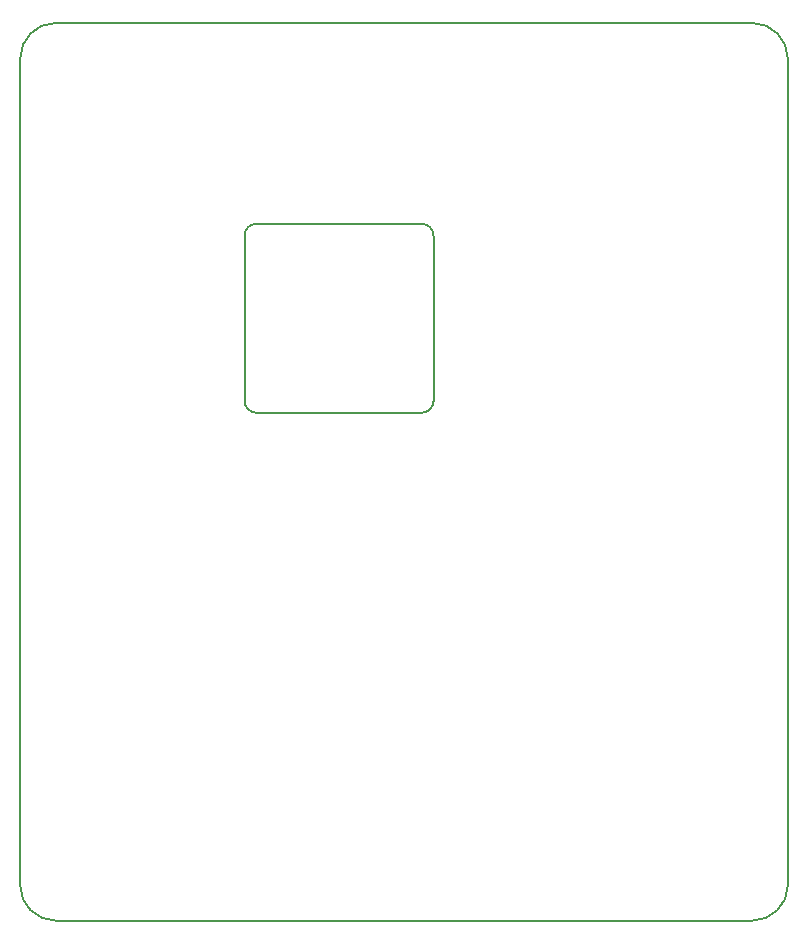
<source format=gbr>
G04 #@! TF.GenerationSoftware,KiCad,Pcbnew,5.0.0-rc2-unknown-03fa645~65~ubuntu16.04.1*
G04 #@! TF.CreationDate,2018-06-29T10:26:33+12:00*
G04 #@! TF.ProjectId,pi-hat,70692D6861742E6B696361645F706362,rev?*
G04 #@! TF.SameCoordinates,Original*
G04 #@! TF.FileFunction,Profile,NP*
%FSLAX46Y46*%
G04 Gerber Fmt 4.6, Leading zero omitted, Abs format (unit mm)*
G04 Created by KiCad (PCBNEW 5.0.0-rc2-unknown-03fa645~65~ubuntu16.04.1) date Fri Jun 29 10:26:33 2018*
%MOMM*%
%LPD*%
G01*
G04 APERTURE LIST*
%ADD10C,0.150000*%
G04 APERTURE END LIST*
D10*
X100000000Y-102000000D02*
G75*
G02X103000000Y-99000000I3000000J0D01*
G01*
X162000000Y-175000000D02*
X103000000Y-175000000D01*
X162000000Y-99000000D02*
G75*
G02X165000000Y-102000000I0J-3000000D01*
G01*
X103000000Y-99000000D02*
X162000000Y-99000000D01*
X134000000Y-116000000D02*
G75*
G02X135000000Y-117000000I0J-1000000D01*
G01*
X135000000Y-131000000D02*
G75*
G02X134000000Y-132000000I-1000000J0D01*
G01*
X120000000Y-132000000D02*
G75*
G02X119000000Y-131000000I0J1000000D01*
G01*
X134000000Y-116000000D02*
X120000000Y-116000000D01*
X135000000Y-131000000D02*
X135000000Y-117000000D01*
X120000000Y-132000000D02*
X134000000Y-132000000D01*
X119000000Y-117000000D02*
X119000000Y-131000000D01*
X119000000Y-117000000D02*
G75*
G02X120000000Y-116000000I1000000J0D01*
G01*
X100000000Y-172000000D02*
X100000000Y-102000000D01*
X103000000Y-175000000D02*
G75*
G02X100000000Y-172000000I0J3000000D01*
G01*
X165000000Y-172000000D02*
G75*
G02X162000000Y-175000000I-3000000J0D01*
G01*
X165000000Y-102000000D02*
X165000000Y-172000000D01*
M02*

</source>
